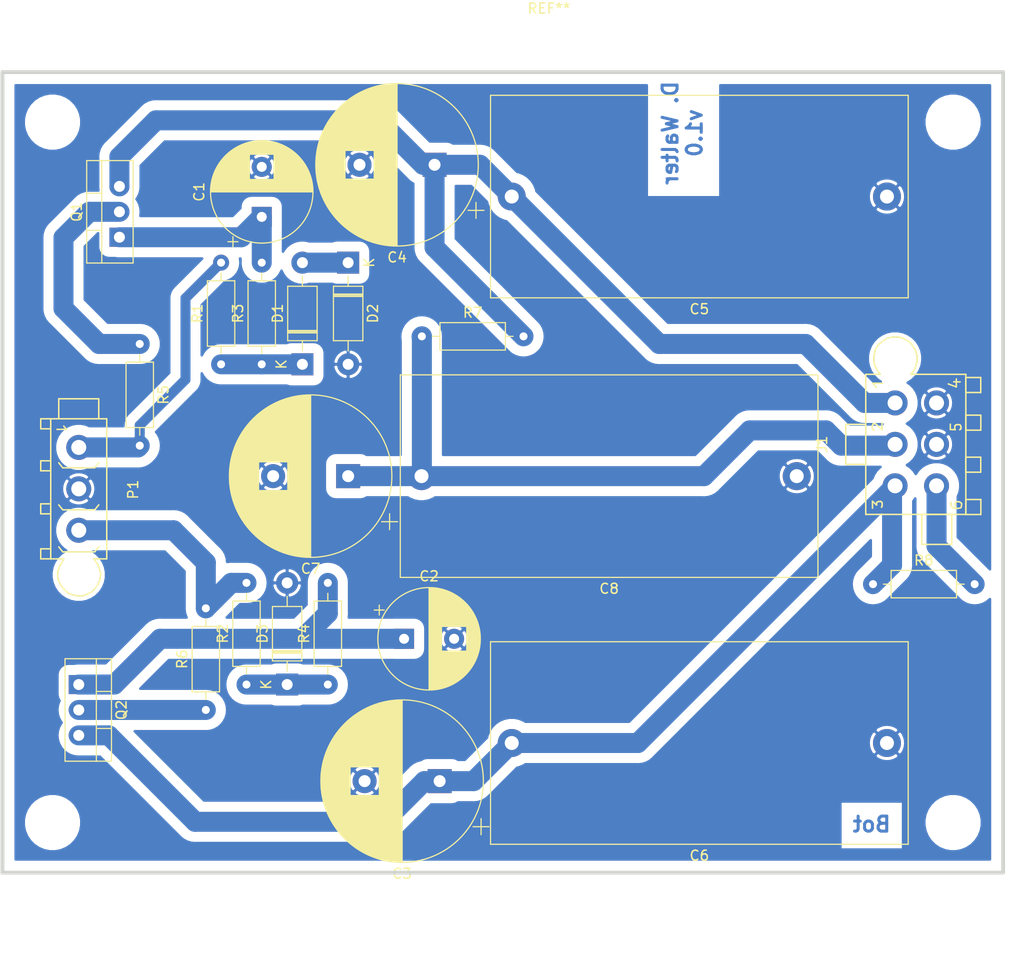
<source format=kicad_pcb>
(kicad_pcb (version 20171130) (host pcbnew "(5.1.0)-1")
  (layers (0 F.Cu signal) (31 B.Cu signal) (34 B.Paste user) (35 F.Paste user) (36 B.SilkS user) (37 F.SilkS user) (38 B.Mask user) (39 F.Mask user) (44 Edge.Cuts user))
  (net 0 "")
  (net 1 GND)
  (net 2 "Net-(C1-Pad1)")
  (net 3 "Net-(C2-Pad1)")
  (net 4 -120V)
  (net 5 +300V)
  (net 6 +240V)
  (net 7 "Net-(D1-Pad2)")
  (net 8 "Net-(D1-Pad1)")
  (net 9 "Net-(D3-Pad1)")
  (net 10 +450V)
  (net 11 -180V)
  (net 12 "Net-(Q1-Pad2)")
  (net 13 "Net-(Q2-Pad2)")
  (net 14 -60V)
  (module EuroBoard_Outline:EuroBoard_halb_Type-I_100mmX80mm_holes (layer F.Cu) (at 76.2 128.524)
    (fp_text reference REF** (at 54.61 -86.36) (layer F.SilkS))
    (fp_text value EuroBoard_halb_Type-I_100mmX80mm_holes)
    (fp_line (start 99.9998 0) (end 0 0) (layer Edge.Cuts) (width 0.381))
    (fp_line (start 99.9998 -79.99984) (end 99.9998 0) (layer Edge.Cuts) (width 0.381))
    (fp_line (start 0 -79.99984) (end 99.9998 -79.99984) (layer Edge.Cuts) (width 0.381))
    (fp_line (start 0 0) (end 0 -79.99984) (layer Edge.Cuts) (width 0.381))
    (pad "" np_thru_hole circle (at 95.00108 -5.00126) (size 3.50012 3.50012) (drill 3.50012) (layers *.Cu *.Mask))
    (pad "" np_thru_hole circle (at 95.00108 -75.00112) (size 3.50012 3.50012) (drill 3.50012) (layers *.Cu *.Mask))
    (pad "" np_thru_hole circle (at 5.00126 -75.00112) (size 3.50012 3.50012) (drill 3.50012) (layers *.Cu *.Mask))
    (pad "" np_thru_hole circle (at 5.00126 -5.00126) (size 3.50012 3.50012) (drill 3.50012) (layers *.Cu *.Mask))
  )
  (module Package_TO_SOT_THT:TO-220-3_Vertical (layer F.Cu) (at 83.82 109.728 270)
    (fp_text reference Q2 (at 2.54 -4.27 270) (layer F.SilkS))
    (fp_text value MJE5731)
    (pad 3 thru_hole oval (at 5.08 0 270) (size 1.905 2) (drill 1.1) (layers *.Cu *.Mask) (net 4 -120V))
    (pad 2 thru_hole oval (at 2.54 0 270) (size 1.905 2) (drill 1.1) (layers *.Cu *.Mask) (net 13 "Net-(Q2-Pad2)"))
    (pad 1 thru_hole rect (at 0 0 270) (size 1.905 2) (drill 1.1) (layers *.Cu *.Mask) (net 3 "Net-(C2-Pad1)"))
  )
  (module Package_TO_SOT_THT:TO-220-3_Vertical (layer F.Cu) (at 87.884 65.024 90)
    (fp_text reference Q1 (at 2.54 -4.27 90) (layer F.SilkS))
    (fp_text value 2SC2979)
    (pad 3 thru_hole oval (at 5.08 0 90) (size 1.905 2) (drill 1.1) (layers *.Cu *.Mask) (net 5 +300V))
    (pad 2 thru_hole oval (at 2.54 0 90) (size 1.905 2) (drill 1.1) (layers *.Cu *.Mask) (net 12 "Net-(Q1-Pad2)"))
    (pad 1 thru_hole rect (at 0 0 90) (size 1.905 2) (drill 1.1) (layers *.Cu *.Mask) (net 2 "Net-(C1-Pad1)"))
  )
  (module Capacitor_THT:C_Rect_L41.5mm_W20.0mm_P37.50mm_MKS4 (layer F.Cu) (at 164.592 115.57 180)
    (fp_text reference C6 (at 18.75 -11.25 180) (layer F.SilkS))
    (fp_text value 1µF/400V)
    (pad 2 thru_hole circle (at 37.5 0 180) (size 2.8 2.8) (drill 1.4) (layers *.Cu *.Mask) (net 4 -120V))
    (pad 1 thru_hole circle (at 0 0 180) (size 2.8 2.8) (drill 1.4) (layers *.Cu *.Mask) (net 1 GND))
  )
  (module Capacitor_THT:C_Rect_L41.5mm_W20.0mm_P37.50mm_MKS4 (layer F.Cu) (at 155.575 88.9 180)
    (fp_text reference C8 (at 18.75 -11.25 180) (layer F.SilkS))
    (fp_text value 1µF/400V)
    (pad 2 thru_hole circle (at 37.5 0 180) (size 2.8 2.8) (drill 1.4) (layers *.Cu *.Mask) (net 6 +240V))
    (pad 1 thru_hole circle (at 0 0 180) (size 2.8 2.8) (drill 1.4) (layers *.Cu *.Mask) (net 1 GND))
  )
  (module Capacitor_THT:C_Rect_L41.5mm_W20.0mm_P37.50mm_MKS4 (layer F.Cu) (at 164.592 60.96 180)
    (fp_text reference C5 (at 18.75 -11.25 180) (layer F.SilkS))
    (fp_text value 1µF/400V)
    (pad 2 thru_hole circle (at 37.5 0 180) (size 2.8 2.8) (drill 1.4) (layers *.Cu *.Mask) (net 5 +300V))
    (pad 1 thru_hole circle (at 0 0 180) (size 2.8 2.8) (drill 1.4) (layers *.Cu *.Mask) (net 1 GND))
  )
  (module Resistor_THT:R_Axial_DIN0207_L6.3mm_D2.5mm_P10.16mm_Horizontal (layer F.Cu) (at 163.195 99.695)
    (fp_text reference R8 (at 5.08 -2.37) (layer F.SilkS))
    (fp_text value 10k)
    (pad 2 thru_hole oval (at 10.16 0) (size 1.6 1.6) (drill 0.8) (layers *.Cu *.Mask) (net 14 -60V))
    (pad 1 thru_hole circle (at 0 0) (size 1.6 1.6) (drill 0.8) (layers *.Cu *.Mask) (net 4 -120V))
  )
  (module Resistor_THT:R_Axial_DIN0207_L6.3mm_D2.5mm_P10.16mm_Horizontal (layer F.Cu) (at 118.11 74.93)
    (fp_text reference R7 (at 5.08 -2.37) (layer F.SilkS))
    (fp_text value 30k)
    (pad 2 thru_hole oval (at 10.16 0) (size 1.6 1.6) (drill 0.8) (layers *.Cu *.Mask) (net 5 +300V))
    (pad 1 thru_hole circle (at 0 0) (size 1.6 1.6) (drill 0.8) (layers *.Cu *.Mask) (net 6 +240V))
  )
  (module Resistor_THT:R_Axial_DIN0207_L6.3mm_D2.5mm_P10.16mm_Horizontal (layer F.Cu) (at 96.52 112.268 90)
    (fp_text reference R6 (at 5.08 -2.37 90) (layer F.SilkS))
    (fp_text value 1k5)
    (pad 2 thru_hole oval (at 10.16 0 90) (size 1.6 1.6) (drill 0.8) (layers *.Cu *.Mask) (net 11 -180V))
    (pad 1 thru_hole circle (at 0 0 90) (size 1.6 1.6) (drill 0.8) (layers *.Cu *.Mask) (net 13 "Net-(Q2-Pad2)"))
  )
  (module Resistor_THT:R_Axial_DIN0207_L6.3mm_D2.5mm_P10.16mm_Horizontal (layer F.Cu) (at 89.916 75.692 270)
    (fp_text reference R5 (at 5.08 -2.37 270) (layer F.SilkS))
    (fp_text value 10k/1W)
    (pad 2 thru_hole oval (at 10.16 0 270) (size 1.6 1.6) (drill 0.8) (layers *.Cu *.Mask) (net 10 +450V))
    (pad 1 thru_hole circle (at 0 0 270) (size 1.6 1.6) (drill 0.8) (layers *.Cu *.Mask) (net 12 "Net-(Q1-Pad2)"))
  )
  (module Resistor_THT:R_Axial_DIN0207_L6.3mm_D2.5mm_P10.16mm_Horizontal (layer F.Cu) (at 108.712 109.728 90)
    (fp_text reference R4 (at 5.08 -2.37 90) (layer F.SilkS))
    (fp_text value 1k5)
    (pad 1 thru_hole circle (at 0 0 90) (size 1.6 1.6) (drill 0.8) (layers *.Cu *.Mask) (net 9 "Net-(D3-Pad1)"))
    (pad 2 thru_hole oval (at 10.16 0 90) (size 1.6 1.6) (drill 0.8) (layers *.Cu *.Mask) (net 3 "Net-(C2-Pad1)"))
  )
  (module Resistor_THT:R_Axial_DIN0207_L6.3mm_D2.5mm_P10.16mm_Horizontal (layer F.Cu) (at 102.108 77.724 90)
    (fp_text reference R3 (at 5.08 -2.37 90) (layer F.SilkS))
    (fp_text value 1k5)
    (pad 2 thru_hole oval (at 10.16 0 90) (size 1.6 1.6) (drill 0.8) (layers *.Cu *.Mask) (net 2 "Net-(C1-Pad1)"))
    (pad 1 thru_hole circle (at 0 0 90) (size 1.6 1.6) (drill 0.8) (layers *.Cu *.Mask) (net 8 "Net-(D1-Pad1)"))
  )
  (module Resistor_THT:R_Axial_DIN0207_L6.3mm_D2.5mm_P10.16mm_Horizontal (layer F.Cu) (at 100.584 109.728 90)
    (fp_text reference R2 (at 5.08 -2.37 90) (layer F.SilkS))
    (fp_text value 33k)
    (pad 2 thru_hole oval (at 10.16 0 90) (size 1.6 1.6) (drill 0.8) (layers *.Cu *.Mask) (net 11 -180V))
    (pad 1 thru_hole circle (at 0 0 90) (size 1.6 1.6) (drill 0.8) (layers *.Cu *.Mask) (net 9 "Net-(D3-Pad1)"))
  )
  (module Resistor_THT:R_Axial_DIN0207_L6.3mm_D2.5mm_P10.16mm_Horizontal (layer F.Cu) (at 98.044 77.724 90)
    (fp_text reference R1 (at 5.08 -2.37 90) (layer F.SilkS))
    (fp_text value 82k)
    (pad 2 thru_hole oval (at 10.16 0 90) (size 1.6 1.6) (drill 0.8) (layers *.Cu *.Mask) (net 10 +450V))
    (pad 1 thru_hole circle (at 0 0 90) (size 1.6 1.6) (drill 0.8) (layers *.Cu *.Mask) (net 8 "Net-(D1-Pad1)"))
  )
  (module Diode_THT:D_DO-41_SOD81_P10.16mm_Horizontal (layer F.Cu) (at 104.648 109.728 90)
    (fp_text reference D3 (at 5.08 -2.47 90) (layer F.SilkS))
    (fp_text value BZT03-C120)
    (fp_text user K (at 0 -2.1 90) (layer F.SilkS))
    (pad 2 thru_hole oval (at 10.16 0 90) (size 2.2 2.2) (drill 1.1) (layers *.Cu *.Mask) (net 1 GND))
    (pad 1 thru_hole rect (at 0 0 90) (size 2.2 2.2) (drill 1.1) (layers *.Cu *.Mask) (net 9 "Net-(D3-Pad1)"))
  )
  (module Diode_THT:D_DO-41_SOD81_P10.16mm_Horizontal (layer F.Cu) (at 110.744 67.564 270)
    (fp_text reference D2 (at 5.08 -2.47 270) (layer F.SilkS))
    (fp_text value BZT03-C150)
    (fp_text user K (at 0 -2.1 270) (layer F.SilkS))
    (pad 2 thru_hole oval (at 10.16 0 270) (size 2.2 2.2) (drill 1.1) (layers *.Cu *.Mask) (net 1 GND))
    (pad 1 thru_hole rect (at 0 0 270) (size 2.2 2.2) (drill 1.1) (layers *.Cu *.Mask) (net 7 "Net-(D1-Pad2)"))
  )
  (module Diode_THT:D_DO-41_SOD81_P10.16mm_Horizontal (layer F.Cu) (at 106.172 77.724 90)
    (fp_text reference D1 (at 5.08 -2.47 90) (layer F.SilkS))
    (fp_text value BZT03-C150)
    (fp_text user K (at 0 -2.1 90) (layer F.SilkS))
    (pad 2 thru_hole oval (at 10.16 0 90) (size 2.2 2.2) (drill 1.1) (layers *.Cu *.Mask) (net 7 "Net-(D1-Pad2)"))
    (pad 1 thru_hole rect (at 0 0 90) (size 2.2 2.2) (drill 1.1) (layers *.Cu *.Mask) (net 8 "Net-(D1-Pad1)"))
  )
  (module Capacitor_THT:CP_Radial_D16.0mm_P7.50mm (layer F.Cu) (at 110.744 88.9 180)
    (fp_text reference C7 (at 3.75 -9.25 180) (layer F.SilkS))
    (fp_text value 47µF/400V)
    (pad 2 thru_hole circle (at 7.5 0 180) (size 2.4 2.4) (drill 1.2) (layers *.Cu *.Mask) (net 1 GND))
    (pad 1 thru_hole rect (at 0 0 180) (size 2.4 2.4) (drill 1.2) (layers *.Cu *.Mask) (net 6 +240V))
  )
  (module Capacitor_THT:CP_Radial_D16.0mm_P7.50mm (layer F.Cu) (at 119.38 57.785 180)
    (fp_text reference C4 (at 3.75 -9.25 180) (layer F.SilkS))
    (fp_text value 47µF/400V)
    (pad 2 thru_hole circle (at 7.5 0 180) (size 2.4 2.4) (drill 1.2) (layers *.Cu *.Mask) (net 1 GND))
    (pad 1 thru_hole rect (at 0 0 180) (size 2.4 2.4) (drill 1.2) (layers *.Cu *.Mask) (net 5 +300V))
  )
  (module Capacitor_THT:CP_Radial_D16.0mm_P7.50mm (layer F.Cu) (at 119.888 119.38 180)
    (fp_text reference C3 (at 3.75 -9.25 180) (layer F.SilkS))
    (fp_text value 47µF/400V)
    (pad 2 thru_hole circle (at 7.5 0 180) (size 2.4 2.4) (drill 1.2) (layers *.Cu *.Mask) (net 1 GND))
    (pad 1 thru_hole rect (at 0 0 180) (size 2.4 2.4) (drill 1.2) (layers *.Cu *.Mask) (net 4 -120V))
  )
  (module Capacitor_THT:CP_Radial_D10.0mm_P5.00mm (layer F.Cu) (at 116.332 105.156)
    (fp_text reference C2 (at 2.5 -6.25) (layer F.SilkS))
    (fp_text value 10µF/400V)
    (pad 2 thru_hole circle (at 5 0) (size 2 2) (drill 1) (layers *.Cu *.Mask) (net 1 GND))
    (pad 1 thru_hole rect (at 0 0) (size 2 2) (drill 1) (layers *.Cu *.Mask) (net 3 "Net-(C2-Pad1)"))
  )
  (module Capacitor_THT:CP_Radial_D10.0mm_P5.00mm (layer F.Cu) (at 102.108 62.992 90)
    (fp_text reference C1 (at 2.5 -6.25 90) (layer F.SilkS))
    (fp_text value 10µF/400V)
    (pad 2 thru_hole circle (at 5 0 90) (size 2 2) (drill 1) (layers *.Cu *.Mask) (net 1 GND))
    (pad 1 thru_hole rect (at 0 0 90) (size 2 2) (drill 1) (layers *.Cu *.Mask) (net 2 "Net-(C1-Pad1)"))
  )
  (module Connectors_Mini-Universal:MiniUniversalMate-N-LokSocket_3PinVertical (layer F.Cu) (at 83.82 90.17 270)
    (fp_text reference P1 (at 0.07112 -5.43052 270) (layer F.SilkS))
    (fp_text value CONN_3)
    (pad 2 thru_hole circle (at 0 0) (size 2.49936 2.49936) (drill 1.50114) (layers *.Cu *.Mask) (net 1 GND))
    (pad "" np_thru_hole circle (at 8.59028 0 270) (size 3.2004 3.2004) (drill 3.2004) (layers *.Cu *.Mask))
    (pad 1 thru_hole circle (at -4.1402 0) (size 2.49936 2.49936) (drill 1.50114) (layers *.Cu *.Mask) (net 10 +450V))
    (pad 3 thru_hole circle (at 4.1402 0) (size 2.49936 2.49936) (drill 1.50114) (layers *.Cu *.Mask) (net 11 -180V))
  )
  (module Connectors_Mini-Universal:MiniUniversalMate-N-LokSocket_6PinVertical (layer F.Cu) (at 167.4749 85.725 90)
    (fp_text reference J1 (at 0.01016 -9.37006 90) (layer F.SilkS))
    (fp_text value Conn_01x06)
    (pad 1 thru_hole circle (at 4.1402 -2.0701 90) (size 2.49936 2.49936) (drill 1.50114) (layers *.Cu *.Mask) (net 5 +300V))
    (pad 2 thru_hole circle (at 0 -2.0701 90) (size 2.49936 2.49936) (drill 1.50114) (layers *.Cu *.Mask) (net 6 +240V))
    (pad 3 thru_hole circle (at -4.1402 -2.0701 90) (size 2.49936 2.49936) (drill 1.50114) (layers *.Cu *.Mask) (net 4 -120V))
    (pad 4 thru_hole circle (at 4.1402 2.0701 90) (size 2.49936 2.49936) (drill 1.50114) (layers *.Cu *.Mask) (net 1 GND))
    (pad 5 thru_hole circle (at 0 2.0701 90) (size 2.49936 2.49936) (drill 1.50114) (layers *.Cu *.Mask) (net 1 GND))
    (pad 6 thru_hole circle (at -4.1402 2.0701 90) (size 2.49936 2.49936) (drill 1.50114) (layers *.Cu *.Mask) (net 14 -60V))
    (pad "" np_thru_hole circle (at 8.59028 -2.0701 90) (size 3.2004 3.2004) (drill 3.2004) (layers *.Cu *.Mask))
  )
  (gr_text "D. Walter\nv1.0" (at 144.145 54.61 90) (layer B.Cu) (effects (font (size 1.5 1.5) (thickness 0.3)) (justify mirror)))
  (gr_text Bot (at 163.068 123.698) (layer B.Cu) (effects (font (size 1.5 1.5) (thickness 0.3)) (justify mirror)))
  (segment (start 100.076 65.024) (end 102.108 62.992) (width 2) (layer B.Cu) (net 2))
  (segment (start 87.884 65.024) (end 100.076 65.024) (width 2) (layer B.Cu) (net 2))
  (segment (start 102.108 67.564) (end 102.108 62.992) (width 2) (layer B.Cu) (net 2))
  (segment (start 116.332 105.156) (end 106.172 105.156) (width 2) (layer B.Cu) (net 3))
  (segment (start 87.376 109.728) (end 83.82 109.728) (width 2) (layer B.Cu) (net 3))
  (segment (start 106.172 105.156) (end 91.948 105.156) (width 2) (layer B.Cu) (net 3))
  (segment (start 91.948 105.156) (end 87.376 109.728) (width 2) (layer B.Cu) (net 3))
  (segment (start 108.712 102.616) (end 106.172 105.156) (width 2) (layer B.Cu) (net 3))
  (segment (start 108.712 99.568) (end 108.712 102.616) (width 2) (layer B.Cu) (net 3))
  (segment (start 165.1 97.79) (end 163.195 99.695) (width 2) (layer B.Cu) (net 4))
  (segment (start 165.4048 89.8652) (end 165.1 90.17) (width 2) (layer B.Cu) (net 4))
  (segment (start 165.1 90.17) (end 165.1 97.79) (width 2) (layer B.Cu) (net 4))
  (segment (start 123.282 119.38) (end 127.092 115.57) (width 2) (layer B.Cu) (net 4))
  (segment (start 119.888 119.38) (end 123.282 119.38) (width 2) (layer B.Cu) (net 4))
  (segment (start 139.7 115.57) (end 165.4048 89.8652) (width 2) (layer B.Cu) (net 4))
  (segment (start 127.092 115.57) (end 139.7 115.57) (width 2) (layer B.Cu) (net 4))
  (segment (start 118.364 119.38) (end 119.888 119.38) (width 2) (layer B.Cu) (net 4))
  (segment (start 114.3 123.444) (end 118.364 119.38) (width 2) (layer B.Cu) (net 4))
  (segment (start 95.456 123.444) (end 114.3 123.444) (width 2) (layer B.Cu) (net 4))
  (segment (start 83.82 114.808) (end 86.82 114.808) (width 2) (layer B.Cu) (net 4))
  (segment (start 86.82 114.808) (end 95.456 123.444) (width 2) (layer B.Cu) (net 4))
  (segment (start 123.917 57.785) (end 127.092 60.96) (width 2) (layer B.Cu) (net 5))
  (segment (start 119.38 57.785) (end 123.917 57.785) (width 2) (layer B.Cu) (net 5))
  (segment (start 119.38 66.04) (end 128.27 74.93) (width 2) (layer B.Cu) (net 5))
  (segment (start 119.38 57.785) (end 119.38 66.04) (width 2) (layer B.Cu) (net 5))
  (segment (start 162.3568 81.5848) (end 165.4048 81.5848) (width 2) (layer B.Cu) (net 5))
  (segment (start 156.464 75.692) (end 162.3568 81.5848) (width 2) (layer B.Cu) (net 5))
  (segment (start 127.092 60.96) (end 141.824 75.692) (width 2) (layer B.Cu) (net 5))
  (segment (start 141.824 75.692) (end 156.464 75.692) (width 2) (layer B.Cu) (net 5))
  (segment (start 118.237 57.785) (end 119.38 57.785) (width 2) (layer B.Cu) (net 5))
  (segment (start 113.792 53.34) (end 118.237 57.785) (width 2) (layer B.Cu) (net 5))
  (segment (start 91.5355 53.34) (end 113.792 53.34) (width 2) (layer B.Cu) (net 5))
  (segment (start 87.884 59.944) (end 87.884 56.9915) (width 2) (layer B.Cu) (net 5))
  (segment (start 87.884 56.9915) (end 91.5355 53.34) (width 2) (layer B.Cu) (net 5))
  (segment (start 118.075 74.965) (end 118.11 74.93) (width 2) (layer B.Cu) (net 6))
  (segment (start 165.2778 85.852) (end 165.4048 85.725) (width 2) (layer B.Cu) (net 6))
  (segment (start 160.02 85.852) (end 165.2778 85.852) (width 2) (layer B.Cu) (net 6))
  (segment (start 158.496 84.328) (end 160.02 85.852) (width 2) (layer B.Cu) (net 6))
  (segment (start 150.876 84.328) (end 158.496 84.328) (width 2) (layer B.Cu) (net 6))
  (segment (start 118.075 88.9) (end 146.304 88.9) (width 2) (layer B.Cu) (net 6))
  (segment (start 146.304 88.9) (end 150.876 84.328) (width 2) (layer B.Cu) (net 6))
  (segment (start 110.744 88.9) (end 118.075 88.9) (width 2) (layer B.Cu) (net 6))
  (segment (start 118.11 88.865) (end 118.075 88.9) (width 2) (layer B.Cu) (net 6))
  (segment (start 118.11 74.93) (end 118.11 88.865) (width 2) (layer B.Cu) (net 6))
  (segment (start 110.744 67.564) (end 106.172 67.564) (width 2) (layer B.Cu) (net 7))
  (segment (start 98.044 77.724) (end 102.108 77.724) (width 2) (layer B.Cu) (net 8))
  (segment (start 102.108 77.724) (end 106.172 77.724) (width 2) (layer B.Cu) (net 8))
  (segment (start 100.584 109.728) (end 104.648 109.728) (width 2) (layer B.Cu) (net 9))
  (segment (start 104.648 109.728) (end 108.712 109.728) (width 2) (layer B.Cu) (net 9))
  (segment (start 89.7382 86.0298) (end 89.916 85.852) (width 2) (layer B.Cu) (net 10))
  (segment (start 83.82 86.0298) (end 89.7382 86.0298) (width 2) (layer B.Cu) (net 10))
  (segment (start 89.916 85.852) (end 89.916 83.82) (width 1) (layer B.Cu) (net 10))
  (segment (start 89.916 83.82) (end 94.488 79.248) (width 1) (layer B.Cu) (net 10))
  (segment (start 94.488 71.12) (end 98.044 67.564) (width 1) (layer B.Cu) (net 10))
  (segment (start 94.488 79.248) (end 94.488 71.12) (width 1) (layer B.Cu) (net 10))
  (segment (start 99.06 99.568) (end 96.52 102.108) (width 2) (layer B.Cu) (net 11))
  (segment (start 100.584 99.568) (end 99.06 99.568) (width 2) (layer B.Cu) (net 11))
  (segment (start 96.52 97.536) (end 96.52 102.108) (width 2) (layer B.Cu) (net 11))
  (segment (start 83.82 94.3102) (end 93.2942 94.3102) (width 2) (layer B.Cu) (net 11))
  (segment (start 93.2942 94.3102) (end 96.52 97.536) (width 2) (layer B.Cu) (net 11))
  (segment (start 84.884 62.484) (end 87.884 62.484) (width 2) (layer B.Cu) (net 12))
  (segment (start 82.296 65.072) (end 84.884 62.484) (width 2) (layer B.Cu) (net 12))
  (segment (start 82.296 72.136) (end 82.296 65.072) (width 2) (layer B.Cu) (net 12))
  (segment (start 89.916 75.692) (end 85.852 75.692) (width 2) (layer B.Cu) (net 12))
  (segment (start 85.852 75.692) (end 82.296 72.136) (width 2) (layer B.Cu) (net 12))
  (segment (start 83.82 112.268) (end 96.52 112.268) (width 2) (layer B.Cu) (net 13))
  (segment (start 169.545 95.885) (end 173.355 99.695) (width 2) (layer B.Cu) (net 14))
  (segment (start 169.545 89.8652) (end 169.545 95.885) (width 2) (layer B.Cu) (net 14))
  (zone (net 1) (net_name GND) (layer B.Cu) (connect_pads (clearance 1)) (min_thickness 0.254) (fill yes (arc_segments 16) (thermal_gap 0.3) (thermal_bridge_width 0.3))
    (polygon (pts (xy 175.895 128.27) (xy 76.2 128.27) (xy 76.2 48.26) (xy 175.895 48.26)))
  )
)
</source>
